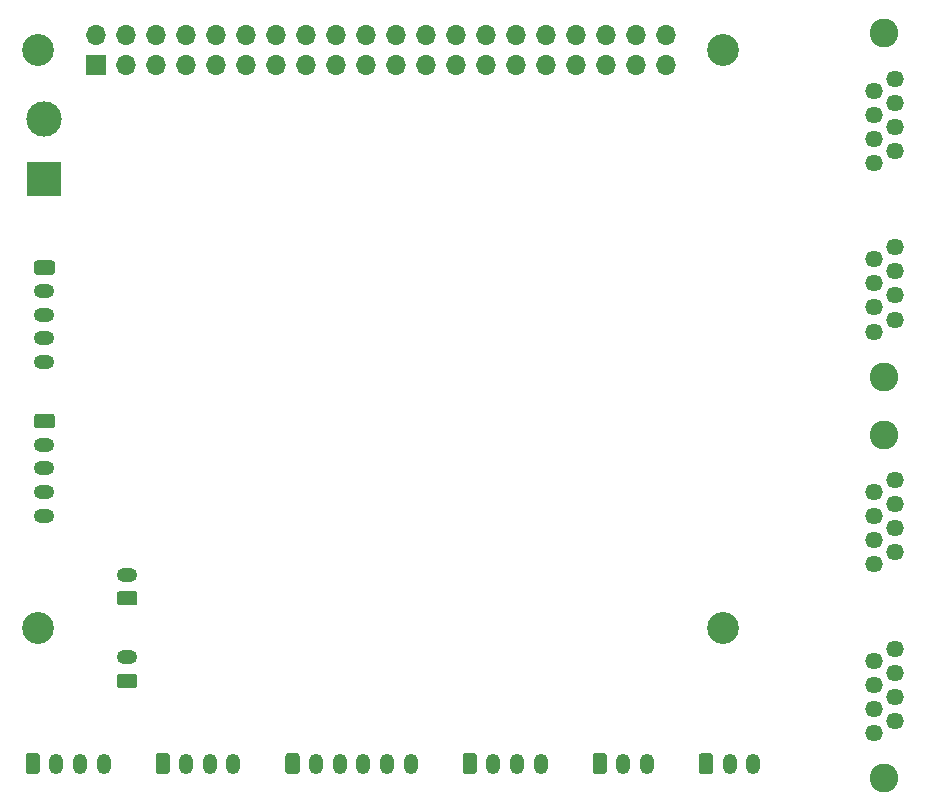
<source format=gts>
G04 #@! TF.GenerationSoftware,KiCad,Pcbnew,(5.1.0)-1*
G04 #@! TF.CreationDate,2020-06-21T15:24:11+01:00*
G04 #@! TF.ProjectId,Top Board,546f7020-426f-4617-9264-2e6b69636164,-*
G04 #@! TF.SameCoordinates,Original*
G04 #@! TF.FileFunction,Soldermask,Top*
G04 #@! TF.FilePolarity,Negative*
%FSLAX46Y46*%
G04 Gerber Fmt 4.6, Leading zero omitted, Abs format (unit mm)*
G04 Created by KiCad (PCBNEW (5.1.0)-1) date 2020-06-21 15:24:11*
%MOMM*%
%LPD*%
G04 APERTURE LIST*
%ADD10C,2.430000*%
%ADD11C,1.462000*%
%ADD12R,3.000000X3.000000*%
%ADD13C,3.000000*%
%ADD14C,0.150000*%
%ADD15C,1.200000*%
%ADD16O,1.200000X1.750000*%
%ADD17C,2.700000*%
%ADD18R,1.700000X1.700000*%
%ADD19O,1.700000X1.700000*%
%ADD20O,1.750000X1.200000*%
G04 APERTURE END LIST*
D10*
X183110000Y-102175000D03*
X183110000Y-131245000D03*
D11*
X182220000Y-127420000D03*
X184000000Y-126400000D03*
X182220000Y-125380000D03*
X184000000Y-124360000D03*
X182220000Y-123340000D03*
X184000000Y-122320000D03*
X182220000Y-121300000D03*
X184000000Y-120280000D03*
X182220000Y-113140000D03*
X184000000Y-112120000D03*
X182220000Y-111100000D03*
X184000000Y-110080000D03*
X182220000Y-109060000D03*
X184000000Y-108040000D03*
X182220000Y-107020000D03*
X184000000Y-106000000D03*
X184000000Y-72000000D03*
X182220000Y-73020000D03*
X184000000Y-74040000D03*
X182220000Y-75060000D03*
X184000000Y-76080000D03*
X182220000Y-77100000D03*
X184000000Y-78120000D03*
X182220000Y-79140000D03*
X184000000Y-86280000D03*
X182220000Y-87300000D03*
X184000000Y-88320000D03*
X182220000Y-89340000D03*
X184000000Y-90360000D03*
X182220000Y-91380000D03*
X184000000Y-92400000D03*
X182220000Y-93420000D03*
D10*
X183110000Y-97245000D03*
X183110000Y-68175000D03*
D12*
X112000000Y-80500000D03*
D13*
X112000000Y-75420000D03*
D14*
G36*
X133374505Y-129126204D02*
G01*
X133398773Y-129129804D01*
X133422572Y-129135765D01*
X133445671Y-129144030D01*
X133467850Y-129154520D01*
X133488893Y-129167132D01*
X133508599Y-129181747D01*
X133526777Y-129198223D01*
X133543253Y-129216401D01*
X133557868Y-129236107D01*
X133570480Y-129257150D01*
X133580970Y-129279329D01*
X133589235Y-129302428D01*
X133595196Y-129326227D01*
X133598796Y-129350495D01*
X133600000Y-129374999D01*
X133600000Y-130625001D01*
X133598796Y-130649505D01*
X133595196Y-130673773D01*
X133589235Y-130697572D01*
X133580970Y-130720671D01*
X133570480Y-130742850D01*
X133557868Y-130763893D01*
X133543253Y-130783599D01*
X133526777Y-130801777D01*
X133508599Y-130818253D01*
X133488893Y-130832868D01*
X133467850Y-130845480D01*
X133445671Y-130855970D01*
X133422572Y-130864235D01*
X133398773Y-130870196D01*
X133374505Y-130873796D01*
X133350001Y-130875000D01*
X132649999Y-130875000D01*
X132625495Y-130873796D01*
X132601227Y-130870196D01*
X132577428Y-130864235D01*
X132554329Y-130855970D01*
X132532150Y-130845480D01*
X132511107Y-130832868D01*
X132491401Y-130818253D01*
X132473223Y-130801777D01*
X132456747Y-130783599D01*
X132442132Y-130763893D01*
X132429520Y-130742850D01*
X132419030Y-130720671D01*
X132410765Y-130697572D01*
X132404804Y-130673773D01*
X132401204Y-130649505D01*
X132400000Y-130625001D01*
X132400000Y-129374999D01*
X132401204Y-129350495D01*
X132404804Y-129326227D01*
X132410765Y-129302428D01*
X132419030Y-129279329D01*
X132429520Y-129257150D01*
X132442132Y-129236107D01*
X132456747Y-129216401D01*
X132473223Y-129198223D01*
X132491401Y-129181747D01*
X132511107Y-129167132D01*
X132532150Y-129154520D01*
X132554329Y-129144030D01*
X132577428Y-129135765D01*
X132601227Y-129129804D01*
X132625495Y-129126204D01*
X132649999Y-129125000D01*
X133350001Y-129125000D01*
X133374505Y-129126204D01*
X133374505Y-129126204D01*
G37*
D15*
X133000000Y-130000000D03*
D16*
X135000000Y-130000000D03*
X137000000Y-130000000D03*
X139000000Y-130000000D03*
X141000000Y-130000000D03*
X143000000Y-130000000D03*
D17*
X111450000Y-69560000D03*
D18*
X116320000Y-70830000D03*
D19*
X116320000Y-68290000D03*
X118860000Y-70830000D03*
X118860000Y-68290000D03*
X121400000Y-70830000D03*
X121400000Y-68290000D03*
X123940000Y-70830000D03*
X123940000Y-68290000D03*
X126480000Y-70830000D03*
X126480000Y-68290000D03*
X129020000Y-70830000D03*
X129020000Y-68290000D03*
X131560000Y-70830000D03*
X131560000Y-68290000D03*
X134100000Y-70830000D03*
X134100000Y-68290000D03*
X136640000Y-70830000D03*
X136640000Y-68290000D03*
X139180000Y-70830000D03*
X139180000Y-68290000D03*
X141720000Y-70830000D03*
X141720000Y-68290000D03*
X144260000Y-70830000D03*
X144260000Y-68290000D03*
X146800000Y-70830000D03*
X146800000Y-68290000D03*
X149340000Y-70830000D03*
X149340000Y-68290000D03*
X151880000Y-70830000D03*
X151880000Y-68290000D03*
X154420000Y-70830000D03*
X154420000Y-68290000D03*
X156960000Y-70830000D03*
X156960000Y-68290000D03*
X159500000Y-70830000D03*
X159500000Y-68290000D03*
X162040000Y-70830000D03*
X162040000Y-68290000D03*
X164580000Y-70830000D03*
X164580000Y-68290000D03*
D17*
X169450000Y-118560000D03*
X111450000Y-118560000D03*
X169450000Y-69560000D03*
D14*
G36*
X111374505Y-129126204D02*
G01*
X111398773Y-129129804D01*
X111422572Y-129135765D01*
X111445671Y-129144030D01*
X111467850Y-129154520D01*
X111488893Y-129167132D01*
X111508599Y-129181747D01*
X111526777Y-129198223D01*
X111543253Y-129216401D01*
X111557868Y-129236107D01*
X111570480Y-129257150D01*
X111580970Y-129279329D01*
X111589235Y-129302428D01*
X111595196Y-129326227D01*
X111598796Y-129350495D01*
X111600000Y-129374999D01*
X111600000Y-130625001D01*
X111598796Y-130649505D01*
X111595196Y-130673773D01*
X111589235Y-130697572D01*
X111580970Y-130720671D01*
X111570480Y-130742850D01*
X111557868Y-130763893D01*
X111543253Y-130783599D01*
X111526777Y-130801777D01*
X111508599Y-130818253D01*
X111488893Y-130832868D01*
X111467850Y-130845480D01*
X111445671Y-130855970D01*
X111422572Y-130864235D01*
X111398773Y-130870196D01*
X111374505Y-130873796D01*
X111350001Y-130875000D01*
X110649999Y-130875000D01*
X110625495Y-130873796D01*
X110601227Y-130870196D01*
X110577428Y-130864235D01*
X110554329Y-130855970D01*
X110532150Y-130845480D01*
X110511107Y-130832868D01*
X110491401Y-130818253D01*
X110473223Y-130801777D01*
X110456747Y-130783599D01*
X110442132Y-130763893D01*
X110429520Y-130742850D01*
X110419030Y-130720671D01*
X110410765Y-130697572D01*
X110404804Y-130673773D01*
X110401204Y-130649505D01*
X110400000Y-130625001D01*
X110400000Y-129374999D01*
X110401204Y-129350495D01*
X110404804Y-129326227D01*
X110410765Y-129302428D01*
X110419030Y-129279329D01*
X110429520Y-129257150D01*
X110442132Y-129236107D01*
X110456747Y-129216401D01*
X110473223Y-129198223D01*
X110491401Y-129181747D01*
X110511107Y-129167132D01*
X110532150Y-129154520D01*
X110554329Y-129144030D01*
X110577428Y-129135765D01*
X110601227Y-129129804D01*
X110625495Y-129126204D01*
X110649999Y-129125000D01*
X111350001Y-129125000D01*
X111374505Y-129126204D01*
X111374505Y-129126204D01*
G37*
D15*
X111000000Y-130000000D03*
D16*
X113000000Y-130000000D03*
X115000000Y-130000000D03*
X117000000Y-130000000D03*
X128000000Y-130000000D03*
X126000000Y-130000000D03*
X124000000Y-130000000D03*
D14*
G36*
X122374505Y-129126204D02*
G01*
X122398773Y-129129804D01*
X122422572Y-129135765D01*
X122445671Y-129144030D01*
X122467850Y-129154520D01*
X122488893Y-129167132D01*
X122508599Y-129181747D01*
X122526777Y-129198223D01*
X122543253Y-129216401D01*
X122557868Y-129236107D01*
X122570480Y-129257150D01*
X122580970Y-129279329D01*
X122589235Y-129302428D01*
X122595196Y-129326227D01*
X122598796Y-129350495D01*
X122600000Y-129374999D01*
X122600000Y-130625001D01*
X122598796Y-130649505D01*
X122595196Y-130673773D01*
X122589235Y-130697572D01*
X122580970Y-130720671D01*
X122570480Y-130742850D01*
X122557868Y-130763893D01*
X122543253Y-130783599D01*
X122526777Y-130801777D01*
X122508599Y-130818253D01*
X122488893Y-130832868D01*
X122467850Y-130845480D01*
X122445671Y-130855970D01*
X122422572Y-130864235D01*
X122398773Y-130870196D01*
X122374505Y-130873796D01*
X122350001Y-130875000D01*
X121649999Y-130875000D01*
X121625495Y-130873796D01*
X121601227Y-130870196D01*
X121577428Y-130864235D01*
X121554329Y-130855970D01*
X121532150Y-130845480D01*
X121511107Y-130832868D01*
X121491401Y-130818253D01*
X121473223Y-130801777D01*
X121456747Y-130783599D01*
X121442132Y-130763893D01*
X121429520Y-130742850D01*
X121419030Y-130720671D01*
X121410765Y-130697572D01*
X121404804Y-130673773D01*
X121401204Y-130649505D01*
X121400000Y-130625001D01*
X121400000Y-129374999D01*
X121401204Y-129350495D01*
X121404804Y-129326227D01*
X121410765Y-129302428D01*
X121419030Y-129279329D01*
X121429520Y-129257150D01*
X121442132Y-129236107D01*
X121456747Y-129216401D01*
X121473223Y-129198223D01*
X121491401Y-129181747D01*
X121511107Y-129167132D01*
X121532150Y-129154520D01*
X121554329Y-129144030D01*
X121577428Y-129135765D01*
X121601227Y-129129804D01*
X121625495Y-129126204D01*
X121649999Y-129125000D01*
X122350001Y-129125000D01*
X122374505Y-129126204D01*
X122374505Y-129126204D01*
G37*
D15*
X122000000Y-130000000D03*
D14*
G36*
X159374505Y-129126204D02*
G01*
X159398773Y-129129804D01*
X159422572Y-129135765D01*
X159445671Y-129144030D01*
X159467850Y-129154520D01*
X159488893Y-129167132D01*
X159508599Y-129181747D01*
X159526777Y-129198223D01*
X159543253Y-129216401D01*
X159557868Y-129236107D01*
X159570480Y-129257150D01*
X159580970Y-129279329D01*
X159589235Y-129302428D01*
X159595196Y-129326227D01*
X159598796Y-129350495D01*
X159600000Y-129374999D01*
X159600000Y-130625001D01*
X159598796Y-130649505D01*
X159595196Y-130673773D01*
X159589235Y-130697572D01*
X159580970Y-130720671D01*
X159570480Y-130742850D01*
X159557868Y-130763893D01*
X159543253Y-130783599D01*
X159526777Y-130801777D01*
X159508599Y-130818253D01*
X159488893Y-130832868D01*
X159467850Y-130845480D01*
X159445671Y-130855970D01*
X159422572Y-130864235D01*
X159398773Y-130870196D01*
X159374505Y-130873796D01*
X159350001Y-130875000D01*
X158649999Y-130875000D01*
X158625495Y-130873796D01*
X158601227Y-130870196D01*
X158577428Y-130864235D01*
X158554329Y-130855970D01*
X158532150Y-130845480D01*
X158511107Y-130832868D01*
X158491401Y-130818253D01*
X158473223Y-130801777D01*
X158456747Y-130783599D01*
X158442132Y-130763893D01*
X158429520Y-130742850D01*
X158419030Y-130720671D01*
X158410765Y-130697572D01*
X158404804Y-130673773D01*
X158401204Y-130649505D01*
X158400000Y-130625001D01*
X158400000Y-129374999D01*
X158401204Y-129350495D01*
X158404804Y-129326227D01*
X158410765Y-129302428D01*
X158419030Y-129279329D01*
X158429520Y-129257150D01*
X158442132Y-129236107D01*
X158456747Y-129216401D01*
X158473223Y-129198223D01*
X158491401Y-129181747D01*
X158511107Y-129167132D01*
X158532150Y-129154520D01*
X158554329Y-129144030D01*
X158577428Y-129135765D01*
X158601227Y-129129804D01*
X158625495Y-129126204D01*
X158649999Y-129125000D01*
X159350001Y-129125000D01*
X159374505Y-129126204D01*
X159374505Y-129126204D01*
G37*
D15*
X159000000Y-130000000D03*
D16*
X161000000Y-130000000D03*
X163000000Y-130000000D03*
X172000000Y-130000000D03*
X170000000Y-130000000D03*
D14*
G36*
X168374505Y-129126204D02*
G01*
X168398773Y-129129804D01*
X168422572Y-129135765D01*
X168445671Y-129144030D01*
X168467850Y-129154520D01*
X168488893Y-129167132D01*
X168508599Y-129181747D01*
X168526777Y-129198223D01*
X168543253Y-129216401D01*
X168557868Y-129236107D01*
X168570480Y-129257150D01*
X168580970Y-129279329D01*
X168589235Y-129302428D01*
X168595196Y-129326227D01*
X168598796Y-129350495D01*
X168600000Y-129374999D01*
X168600000Y-130625001D01*
X168598796Y-130649505D01*
X168595196Y-130673773D01*
X168589235Y-130697572D01*
X168580970Y-130720671D01*
X168570480Y-130742850D01*
X168557868Y-130763893D01*
X168543253Y-130783599D01*
X168526777Y-130801777D01*
X168508599Y-130818253D01*
X168488893Y-130832868D01*
X168467850Y-130845480D01*
X168445671Y-130855970D01*
X168422572Y-130864235D01*
X168398773Y-130870196D01*
X168374505Y-130873796D01*
X168350001Y-130875000D01*
X167649999Y-130875000D01*
X167625495Y-130873796D01*
X167601227Y-130870196D01*
X167577428Y-130864235D01*
X167554329Y-130855970D01*
X167532150Y-130845480D01*
X167511107Y-130832868D01*
X167491401Y-130818253D01*
X167473223Y-130801777D01*
X167456747Y-130783599D01*
X167442132Y-130763893D01*
X167429520Y-130742850D01*
X167419030Y-130720671D01*
X167410765Y-130697572D01*
X167404804Y-130673773D01*
X167401204Y-130649505D01*
X167400000Y-130625001D01*
X167400000Y-129374999D01*
X167401204Y-129350495D01*
X167404804Y-129326227D01*
X167410765Y-129302428D01*
X167419030Y-129279329D01*
X167429520Y-129257150D01*
X167442132Y-129236107D01*
X167456747Y-129216401D01*
X167473223Y-129198223D01*
X167491401Y-129181747D01*
X167511107Y-129167132D01*
X167532150Y-129154520D01*
X167554329Y-129144030D01*
X167577428Y-129135765D01*
X167601227Y-129129804D01*
X167625495Y-129126204D01*
X167649999Y-129125000D01*
X168350001Y-129125000D01*
X168374505Y-129126204D01*
X168374505Y-129126204D01*
G37*
D15*
X168000000Y-130000000D03*
D14*
G36*
X148374505Y-129126204D02*
G01*
X148398773Y-129129804D01*
X148422572Y-129135765D01*
X148445671Y-129144030D01*
X148467850Y-129154520D01*
X148488893Y-129167132D01*
X148508599Y-129181747D01*
X148526777Y-129198223D01*
X148543253Y-129216401D01*
X148557868Y-129236107D01*
X148570480Y-129257150D01*
X148580970Y-129279329D01*
X148589235Y-129302428D01*
X148595196Y-129326227D01*
X148598796Y-129350495D01*
X148600000Y-129374999D01*
X148600000Y-130625001D01*
X148598796Y-130649505D01*
X148595196Y-130673773D01*
X148589235Y-130697572D01*
X148580970Y-130720671D01*
X148570480Y-130742850D01*
X148557868Y-130763893D01*
X148543253Y-130783599D01*
X148526777Y-130801777D01*
X148508599Y-130818253D01*
X148488893Y-130832868D01*
X148467850Y-130845480D01*
X148445671Y-130855970D01*
X148422572Y-130864235D01*
X148398773Y-130870196D01*
X148374505Y-130873796D01*
X148350001Y-130875000D01*
X147649999Y-130875000D01*
X147625495Y-130873796D01*
X147601227Y-130870196D01*
X147577428Y-130864235D01*
X147554329Y-130855970D01*
X147532150Y-130845480D01*
X147511107Y-130832868D01*
X147491401Y-130818253D01*
X147473223Y-130801777D01*
X147456747Y-130783599D01*
X147442132Y-130763893D01*
X147429520Y-130742850D01*
X147419030Y-130720671D01*
X147410765Y-130697572D01*
X147404804Y-130673773D01*
X147401204Y-130649505D01*
X147400000Y-130625001D01*
X147400000Y-129374999D01*
X147401204Y-129350495D01*
X147404804Y-129326227D01*
X147410765Y-129302428D01*
X147419030Y-129279329D01*
X147429520Y-129257150D01*
X147442132Y-129236107D01*
X147456747Y-129216401D01*
X147473223Y-129198223D01*
X147491401Y-129181747D01*
X147511107Y-129167132D01*
X147532150Y-129154520D01*
X147554329Y-129144030D01*
X147577428Y-129135765D01*
X147601227Y-129129804D01*
X147625495Y-129126204D01*
X147649999Y-129125000D01*
X148350001Y-129125000D01*
X148374505Y-129126204D01*
X148374505Y-129126204D01*
G37*
D15*
X148000000Y-130000000D03*
D16*
X150000000Y-130000000D03*
X152000000Y-130000000D03*
X154000000Y-130000000D03*
D20*
X119000000Y-114000000D03*
D14*
G36*
X119649505Y-115401204D02*
G01*
X119673773Y-115404804D01*
X119697572Y-115410765D01*
X119720671Y-115419030D01*
X119742850Y-115429520D01*
X119763893Y-115442132D01*
X119783599Y-115456747D01*
X119801777Y-115473223D01*
X119818253Y-115491401D01*
X119832868Y-115511107D01*
X119845480Y-115532150D01*
X119855970Y-115554329D01*
X119864235Y-115577428D01*
X119870196Y-115601227D01*
X119873796Y-115625495D01*
X119875000Y-115649999D01*
X119875000Y-116350001D01*
X119873796Y-116374505D01*
X119870196Y-116398773D01*
X119864235Y-116422572D01*
X119855970Y-116445671D01*
X119845480Y-116467850D01*
X119832868Y-116488893D01*
X119818253Y-116508599D01*
X119801777Y-116526777D01*
X119783599Y-116543253D01*
X119763893Y-116557868D01*
X119742850Y-116570480D01*
X119720671Y-116580970D01*
X119697572Y-116589235D01*
X119673773Y-116595196D01*
X119649505Y-116598796D01*
X119625001Y-116600000D01*
X118374999Y-116600000D01*
X118350495Y-116598796D01*
X118326227Y-116595196D01*
X118302428Y-116589235D01*
X118279329Y-116580970D01*
X118257150Y-116570480D01*
X118236107Y-116557868D01*
X118216401Y-116543253D01*
X118198223Y-116526777D01*
X118181747Y-116508599D01*
X118167132Y-116488893D01*
X118154520Y-116467850D01*
X118144030Y-116445671D01*
X118135765Y-116422572D01*
X118129804Y-116398773D01*
X118126204Y-116374505D01*
X118125000Y-116350001D01*
X118125000Y-115649999D01*
X118126204Y-115625495D01*
X118129804Y-115601227D01*
X118135765Y-115577428D01*
X118144030Y-115554329D01*
X118154520Y-115532150D01*
X118167132Y-115511107D01*
X118181747Y-115491401D01*
X118198223Y-115473223D01*
X118216401Y-115456747D01*
X118236107Y-115442132D01*
X118257150Y-115429520D01*
X118279329Y-115419030D01*
X118302428Y-115410765D01*
X118326227Y-115404804D01*
X118350495Y-115401204D01*
X118374999Y-115400000D01*
X119625001Y-115400000D01*
X119649505Y-115401204D01*
X119649505Y-115401204D01*
G37*
D15*
X119000000Y-116000000D03*
D14*
G36*
X119649505Y-122401204D02*
G01*
X119673773Y-122404804D01*
X119697572Y-122410765D01*
X119720671Y-122419030D01*
X119742850Y-122429520D01*
X119763893Y-122442132D01*
X119783599Y-122456747D01*
X119801777Y-122473223D01*
X119818253Y-122491401D01*
X119832868Y-122511107D01*
X119845480Y-122532150D01*
X119855970Y-122554329D01*
X119864235Y-122577428D01*
X119870196Y-122601227D01*
X119873796Y-122625495D01*
X119875000Y-122649999D01*
X119875000Y-123350001D01*
X119873796Y-123374505D01*
X119870196Y-123398773D01*
X119864235Y-123422572D01*
X119855970Y-123445671D01*
X119845480Y-123467850D01*
X119832868Y-123488893D01*
X119818253Y-123508599D01*
X119801777Y-123526777D01*
X119783599Y-123543253D01*
X119763893Y-123557868D01*
X119742850Y-123570480D01*
X119720671Y-123580970D01*
X119697572Y-123589235D01*
X119673773Y-123595196D01*
X119649505Y-123598796D01*
X119625001Y-123600000D01*
X118374999Y-123600000D01*
X118350495Y-123598796D01*
X118326227Y-123595196D01*
X118302428Y-123589235D01*
X118279329Y-123580970D01*
X118257150Y-123570480D01*
X118236107Y-123557868D01*
X118216401Y-123543253D01*
X118198223Y-123526777D01*
X118181747Y-123508599D01*
X118167132Y-123488893D01*
X118154520Y-123467850D01*
X118144030Y-123445671D01*
X118135765Y-123422572D01*
X118129804Y-123398773D01*
X118126204Y-123374505D01*
X118125000Y-123350001D01*
X118125000Y-122649999D01*
X118126204Y-122625495D01*
X118129804Y-122601227D01*
X118135765Y-122577428D01*
X118144030Y-122554329D01*
X118154520Y-122532150D01*
X118167132Y-122511107D01*
X118181747Y-122491401D01*
X118198223Y-122473223D01*
X118216401Y-122456747D01*
X118236107Y-122442132D01*
X118257150Y-122429520D01*
X118279329Y-122419030D01*
X118302428Y-122410765D01*
X118326227Y-122404804D01*
X118350495Y-122401204D01*
X118374999Y-122400000D01*
X119625001Y-122400000D01*
X119649505Y-122401204D01*
X119649505Y-122401204D01*
G37*
D15*
X119000000Y-123000000D03*
D20*
X119000000Y-121000000D03*
X112000000Y-109000000D03*
X112000000Y-107000000D03*
X112000000Y-105000000D03*
X112000000Y-103000000D03*
D14*
G36*
X112649505Y-100401204D02*
G01*
X112673773Y-100404804D01*
X112697572Y-100410765D01*
X112720671Y-100419030D01*
X112742850Y-100429520D01*
X112763893Y-100442132D01*
X112783599Y-100456747D01*
X112801777Y-100473223D01*
X112818253Y-100491401D01*
X112832868Y-100511107D01*
X112845480Y-100532150D01*
X112855970Y-100554329D01*
X112864235Y-100577428D01*
X112870196Y-100601227D01*
X112873796Y-100625495D01*
X112875000Y-100649999D01*
X112875000Y-101350001D01*
X112873796Y-101374505D01*
X112870196Y-101398773D01*
X112864235Y-101422572D01*
X112855970Y-101445671D01*
X112845480Y-101467850D01*
X112832868Y-101488893D01*
X112818253Y-101508599D01*
X112801777Y-101526777D01*
X112783599Y-101543253D01*
X112763893Y-101557868D01*
X112742850Y-101570480D01*
X112720671Y-101580970D01*
X112697572Y-101589235D01*
X112673773Y-101595196D01*
X112649505Y-101598796D01*
X112625001Y-101600000D01*
X111374999Y-101600000D01*
X111350495Y-101598796D01*
X111326227Y-101595196D01*
X111302428Y-101589235D01*
X111279329Y-101580970D01*
X111257150Y-101570480D01*
X111236107Y-101557868D01*
X111216401Y-101543253D01*
X111198223Y-101526777D01*
X111181747Y-101508599D01*
X111167132Y-101488893D01*
X111154520Y-101467850D01*
X111144030Y-101445671D01*
X111135765Y-101422572D01*
X111129804Y-101398773D01*
X111126204Y-101374505D01*
X111125000Y-101350001D01*
X111125000Y-100649999D01*
X111126204Y-100625495D01*
X111129804Y-100601227D01*
X111135765Y-100577428D01*
X111144030Y-100554329D01*
X111154520Y-100532150D01*
X111167132Y-100511107D01*
X111181747Y-100491401D01*
X111198223Y-100473223D01*
X111216401Y-100456747D01*
X111236107Y-100442132D01*
X111257150Y-100429520D01*
X111279329Y-100419030D01*
X111302428Y-100410765D01*
X111326227Y-100404804D01*
X111350495Y-100401204D01*
X111374999Y-100400000D01*
X112625001Y-100400000D01*
X112649505Y-100401204D01*
X112649505Y-100401204D01*
G37*
D15*
X112000000Y-101000000D03*
D14*
G36*
X112649505Y-87401204D02*
G01*
X112673773Y-87404804D01*
X112697572Y-87410765D01*
X112720671Y-87419030D01*
X112742850Y-87429520D01*
X112763893Y-87442132D01*
X112783599Y-87456747D01*
X112801777Y-87473223D01*
X112818253Y-87491401D01*
X112832868Y-87511107D01*
X112845480Y-87532150D01*
X112855970Y-87554329D01*
X112864235Y-87577428D01*
X112870196Y-87601227D01*
X112873796Y-87625495D01*
X112875000Y-87649999D01*
X112875000Y-88350001D01*
X112873796Y-88374505D01*
X112870196Y-88398773D01*
X112864235Y-88422572D01*
X112855970Y-88445671D01*
X112845480Y-88467850D01*
X112832868Y-88488893D01*
X112818253Y-88508599D01*
X112801777Y-88526777D01*
X112783599Y-88543253D01*
X112763893Y-88557868D01*
X112742850Y-88570480D01*
X112720671Y-88580970D01*
X112697572Y-88589235D01*
X112673773Y-88595196D01*
X112649505Y-88598796D01*
X112625001Y-88600000D01*
X111374999Y-88600000D01*
X111350495Y-88598796D01*
X111326227Y-88595196D01*
X111302428Y-88589235D01*
X111279329Y-88580970D01*
X111257150Y-88570480D01*
X111236107Y-88557868D01*
X111216401Y-88543253D01*
X111198223Y-88526777D01*
X111181747Y-88508599D01*
X111167132Y-88488893D01*
X111154520Y-88467850D01*
X111144030Y-88445671D01*
X111135765Y-88422572D01*
X111129804Y-88398773D01*
X111126204Y-88374505D01*
X111125000Y-88350001D01*
X111125000Y-87649999D01*
X111126204Y-87625495D01*
X111129804Y-87601227D01*
X111135765Y-87577428D01*
X111144030Y-87554329D01*
X111154520Y-87532150D01*
X111167132Y-87511107D01*
X111181747Y-87491401D01*
X111198223Y-87473223D01*
X111216401Y-87456747D01*
X111236107Y-87442132D01*
X111257150Y-87429520D01*
X111279329Y-87419030D01*
X111302428Y-87410765D01*
X111326227Y-87404804D01*
X111350495Y-87401204D01*
X111374999Y-87400000D01*
X112625001Y-87400000D01*
X112649505Y-87401204D01*
X112649505Y-87401204D01*
G37*
D15*
X112000000Y-88000000D03*
D20*
X112000000Y-90000000D03*
X112000000Y-92000000D03*
X112000000Y-94000000D03*
X112000000Y-96000000D03*
M02*

</source>
